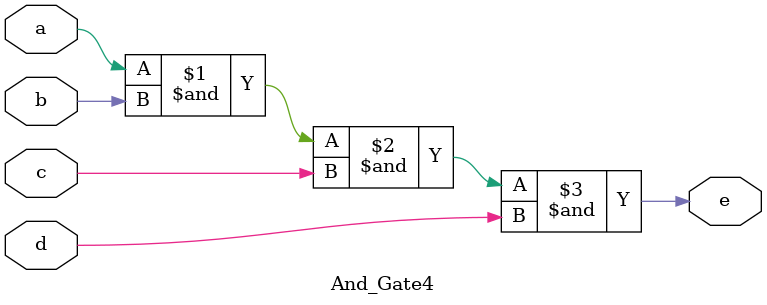
<source format=sv>
module And_Gate4(
   input a,b,c,d,
  output e);
  
  assign e = a&b&c&d;
  
endmodule
</source>
